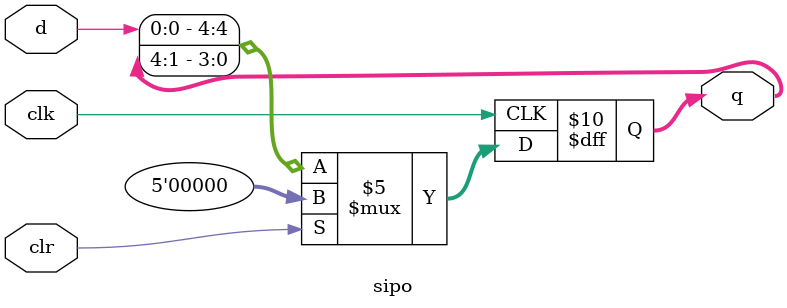
<source format=v>
module sipo (
    input clr,
    input clk,
    input d,
    output reg [4:0] q
);
    reg [4:0] temp;
    always @(posedge clk) begin
        if (clr==1)
            q=5'b00000;
        else begin
            temp = q>>1;
            q={d,temp[3:0]};
        end
    end
endmodule
</source>
